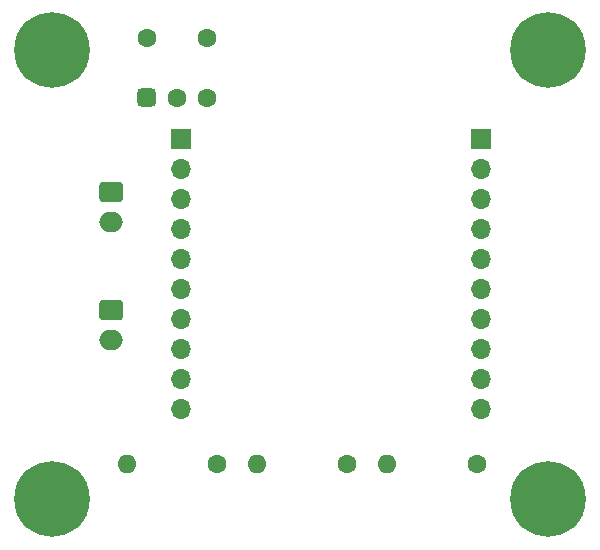
<source format=gbr>
%TF.GenerationSoftware,KiCad,Pcbnew,(5.1.9)-1*%
%TF.CreationDate,2022-08-15T05:54:06+09:00*%
%TF.ProjectId,Transmitter,5472616e-736d-4697-9474-65722e6b6963,rev?*%
%TF.SameCoordinates,Original*%
%TF.FileFunction,Soldermask,Bot*%
%TF.FilePolarity,Negative*%
%FSLAX46Y46*%
G04 Gerber Fmt 4.6, Leading zero omitted, Abs format (unit mm)*
G04 Created by KiCad (PCBNEW (5.1.9)-1) date 2022-08-15 05:54:06*
%MOMM*%
%LPD*%
G01*
G04 APERTURE LIST*
%ADD10C,0.800000*%
%ADD11C,6.400000*%
%ADD12O,2.000000X1.700000*%
%ADD13R,1.700000X1.700000*%
%ADD14O,1.700000X1.700000*%
%ADD15C,1.600000*%
%ADD16O,1.600000X1.600000*%
G04 APERTURE END LIST*
D10*
%TO.C,REF\u002A\u002A*%
X168697056Y-110302944D03*
X167000000Y-109600000D03*
X165302944Y-110302944D03*
X164600000Y-112000000D03*
X165302944Y-113697056D03*
X167000000Y-114400000D03*
X168697056Y-113697056D03*
X169400000Y-112000000D03*
D11*
X167000000Y-112000000D03*
%TD*%
D10*
%TO.C,REF\u002A\u002A*%
X126697056Y-110302944D03*
X125000000Y-109600000D03*
X123302944Y-110302944D03*
X122600000Y-112000000D03*
X123302944Y-113697056D03*
X125000000Y-114400000D03*
X126697056Y-113697056D03*
X127400000Y-112000000D03*
D11*
X125000000Y-112000000D03*
%TD*%
D10*
%TO.C,REF\u002A\u002A*%
X168697056Y-72302944D03*
X167000000Y-71600000D03*
X165302944Y-72302944D03*
X164600000Y-74000000D03*
X165302944Y-75697056D03*
X167000000Y-76400000D03*
X168697056Y-75697056D03*
X169400000Y-74000000D03*
D11*
X167000000Y-74000000D03*
%TD*%
D10*
%TO.C,REF\u002A\u002A*%
X126697056Y-72302944D03*
X125000000Y-71600000D03*
X123302944Y-72302944D03*
X122600000Y-74000000D03*
X123302944Y-75697056D03*
X125000000Y-76400000D03*
X126697056Y-75697056D03*
X127400000Y-74000000D03*
D11*
X125000000Y-74000000D03*
%TD*%
%TO.C,ESS*%
G36*
G01*
X129250000Y-95150000D02*
X130750000Y-95150000D01*
G75*
G02*
X131000000Y-95400000I0J-250000D01*
G01*
X131000000Y-96600000D01*
G75*
G02*
X130750000Y-96850000I-250000J0D01*
G01*
X129250000Y-96850000D01*
G75*
G02*
X129000000Y-96600000I0J250000D01*
G01*
X129000000Y-95400000D01*
G75*
G02*
X129250000Y-95150000I250000J0D01*
G01*
G37*
D12*
X130000000Y-98500000D03*
%TD*%
D13*
%TO.C,J3*%
X135890000Y-81550000D03*
D14*
X135890000Y-84090000D03*
X135890000Y-86630000D03*
X135890000Y-89170000D03*
X135890000Y-91710000D03*
X135890000Y-94250000D03*
X135890000Y-96790000D03*
X135890000Y-99330000D03*
X135890000Y-101870000D03*
X135890000Y-104410000D03*
%TD*%
%TO.C,J4*%
X161290000Y-104410000D03*
X161290000Y-101870000D03*
X161290000Y-99330000D03*
X161290000Y-96790000D03*
X161290000Y-94250000D03*
X161290000Y-91710000D03*
X161290000Y-89170000D03*
X161290000Y-86630000D03*
X161290000Y-84090000D03*
D13*
X161290000Y-81550000D03*
%TD*%
%TO.C,5V*%
G36*
G01*
X129250000Y-85150000D02*
X130750000Y-85150000D01*
G75*
G02*
X131000000Y-85400000I0J-250000D01*
G01*
X131000000Y-86600000D01*
G75*
G02*
X130750000Y-86850000I-250000J0D01*
G01*
X129250000Y-86850000D01*
G75*
G02*
X129000000Y-86600000I0J250000D01*
G01*
X129000000Y-85400000D01*
G75*
G02*
X129250000Y-85150000I250000J0D01*
G01*
G37*
D12*
X130000000Y-88500000D03*
%TD*%
D15*
%TO.C,SW*%
X138080000Y-72920000D03*
X133000000Y-72920000D03*
G36*
G01*
X132600000Y-77200000D02*
X133400000Y-77200000D01*
G75*
G02*
X133800000Y-77600000I0J-400000D01*
G01*
X133800000Y-78400000D01*
G75*
G02*
X133400000Y-78800000I-400000J0D01*
G01*
X132600000Y-78800000D01*
G75*
G02*
X132200000Y-78400000I0J400000D01*
G01*
X132200000Y-77600000D01*
G75*
G02*
X132600000Y-77200000I400000J0D01*
G01*
G37*
X135540000Y-78000000D03*
X138080000Y-78000000D03*
%TD*%
%TO.C,R1*%
X139000000Y-109000000D03*
D16*
X131380000Y-109000000D03*
%TD*%
D15*
%TO.C,R2*%
X150000000Y-109000000D03*
D16*
X142380000Y-109000000D03*
%TD*%
D15*
%TO.C,R3*%
X161000000Y-109000000D03*
D16*
X153380000Y-109000000D03*
%TD*%
M02*

</source>
